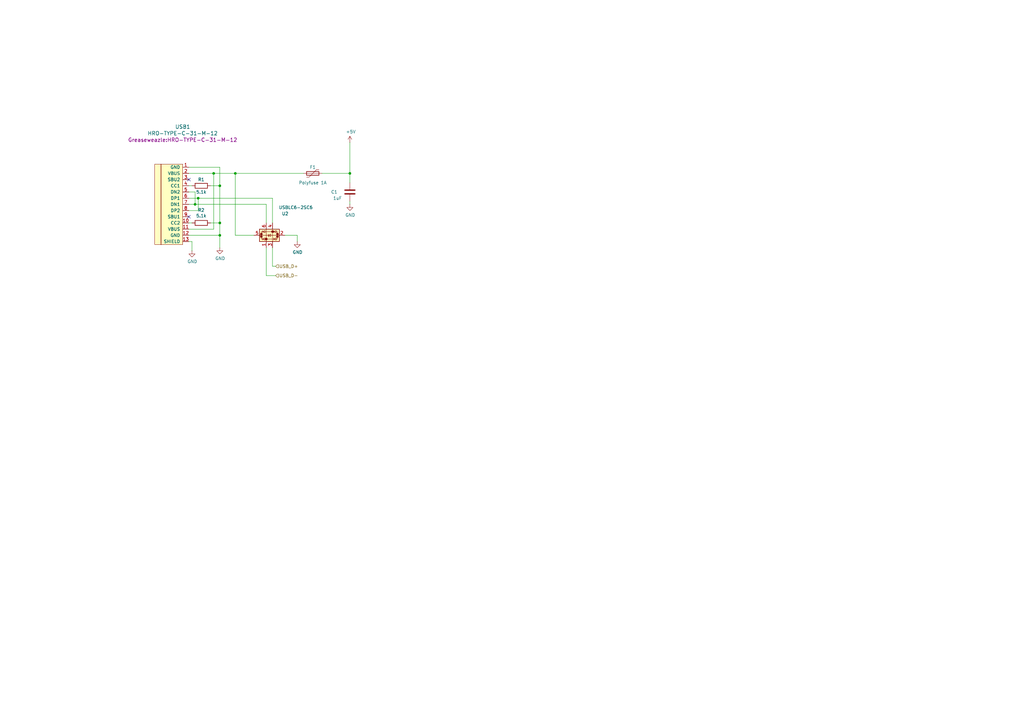
<source format=kicad_sch>
(kicad_sch (version 20250114) (generator "eeschema") (generator_version "9.0")
  (paper "A3")
  (title_block (title "Greaseweazle F7 Lighting, USB PD") (date "2023-08-27") (rev "2.08") (company "SweProj.com"))
  (lib_symbols
    (symbol "Device:C" (pin_numbers (hide yes)) (pin_names (offset 0.254))
      (property "Reference" "C" (at 0.635 2.54 0))
      (property "Value" "C" (at 0.635 -2.54 0))
      (symbol "C_0_1"
        (polyline (pts (xy -2.032 0.762) (xy 2.032 0.762)) (stroke (width 0.508)))
        (polyline (pts (xy -2.032 -0.762) (xy 2.032 -0.762)) (stroke (width 0.508)))
      )
      (symbol "C_1_1"
        (pin passive line (at 0 3.81 270) (length 2.794) (name "~") (number "1"))
        (pin passive line (at 0 -3.81 90) (length 2.794) (name "~") (number "2"))
      )
    )
    (symbol "Device:Polyfuse" (pin_numbers (hide yes)) (pin_names (offset 0))
      (property "Reference" "F" (at -2.54 0 90))
      (property "Value" "Polyfuse" (at 2.54 0 90))
      (symbol "Polyfuse_0_1"
        (polyline (pts (xy -1.524 2.54) (xy -1.524 1.524) (xy 1.524 -1.524) (xy 1.524 -2.54)))
        (rectangle (start -0.762 2.54) (end 0.762 -2.54) (stroke (width 0.254)))
        (polyline (pts (xy 0 2.54) (xy 0 -2.54)))
      )
      (symbol "Polyfuse_1_1"
        (pin passive line (at 0 3.81 270) (length 1.27) (name "~") (number "1"))
        (pin passive line (at 0 -3.81 90) (length 1.27) (name "~") (number "2"))
      )
    )
    (symbol "Device:R" (pin_numbers (hide yes)) (pin_names (offset 0))
      (property "Reference" "R" (at 2.032 0 90))
      (property "Value" "R" (at 0 0 90))
      (symbol "R_0_1"
        (rectangle (start -1.016 -2.54) (end 1.016 2.54) (stroke (width 0.254)))
      )
      (symbol "R_1_1"
        (pin passive line (at 0 3.81 270) (length 1.27) (name "~") (number "1"))
        (pin passive line (at 0 -3.81 90) (length 1.27) (name "~") (number "2"))
      )
    )
    (symbol "Greaseweazle:HRO-TYPE-C-31-M-12" (pin_names (offset 1.016))
      (property "Reference" "USB" (at -5.08 16.51 0))
      (property "Value" "HRO-TYPE-C-31-M-12" (at -10.16 -1.27 90))
      (symbol "HRO-TYPE-C-31-M-12_0_1"
        (rectangle (start -11.43 15.24) (end -8.89 -17.78) (fill (type background)))
        (rectangle (start 0 -17.78) (end -8.89 15.24) (fill (type background)))
      )
      (symbol "HRO-TYPE-C-31-M-12_1_1"
        (pin input line (at 2.54 13.97 180) (length 2.54) (name "GND") (number "1"))
        (pin input line (at 2.54 11.43 180) (length 2.54) (name "VBUS") (number "2"))
        (pin input line (at 2.54 8.89 180) (length 2.54) (name "SBU2") (number "3"))
        (pin input line (at 2.54 6.35 180) (length 2.54) (name "CC1") (number "4"))
        (pin input line (at 2.54 3.81 180) (length 2.54) (name "DN2") (number "5"))
        (pin input line (at 2.54 1.27 180) (length 2.54) (name "DP1") (number "6"))
        (pin input line (at 2.54 -1.27 180) (length 2.54) (name "DN1") (number "7"))
        (pin input line (at 2.54 -3.81 180) (length 2.54) (name "DP2") (number "8"))
        (pin input line (at 2.54 -6.35 180) (length 2.54) (name "SBU1") (number "9"))
        (pin input line (at 2.54 -8.89 180) (length 2.54) (name "CC2") (number "10"))
        (pin input line (at 2.54 -11.43 180) (length 2.54) (name "VBUS") (number "11"))
        (pin input line (at 2.54 -13.97 180) (length 2.54) (name "GND") (number "12"))
        (pin input line (at 2.54 -16.51 180) (length 2.54) (name "SHIELD") (number "13"))
      )
    )
    (symbol "Power_Protection:USBLC6-2SC6" (pin_names (hide yes))
      (property "Reference" "U" (at 0.635 5.715 0))
      (property "Value" "USBLC6-2SC6" (at 0.635 3.81 0))
      (symbol "USBLC6-2SC6_0_0"
        (circle (center -1.524 0) (radius 0.0001) (stroke (width 0.508)))
        (circle (center -0.508 2.032) (radius 0.0001) (stroke (width 0.508)))
        (circle (center -0.508 -4.572) (radius 0.0001) (stroke (width 0.508)))
        (circle (center 0.508 2.032) (radius 0.0001) (stroke (width 0.508)))
        (circle (center 0.508 -4.572) (radius 0.0001) (stroke (width 0.508)))
        (circle (center 1.524 -2.54) (radius 0.0001) (stroke (width 0.508)))
      )
      (symbol "USBLC6-2SC6_0_1"
        (polyline (pts (xy -2.54 0) (xy 2.54 0)))
        (polyline (pts (xy -2.54 -2.54) (xy 2.54 -2.54)))
        (polyline (pts (xy -2.032 0.508) (xy -1.016 0.508) (xy -1.524 1.524) (xy -2.032 0.508)))
        (polyline (pts (xy -2.032 -3.048) (xy -1.016 -3.048)))
        (polyline (pts (xy -1.016 1.524) (xy -2.032 1.524)))
        (polyline (pts (xy -1.016 -4.064) (xy -2.032 -4.064) (xy -1.524 -3.048) (xy -1.016 -4.064)))
        (polyline (pts (xy -0.508 -1.143) (xy -0.508 -0.762) (xy 0.508 -0.762)))
        (polyline (pts (xy 0 2.54) (xy -0.508 2.032) (xy 0.508 2.032) (xy 0 1.524) (xy 0 -4.064) (xy -0.508 -4.572) (xy 0.508 -4.572) (xy 0 -5.08)))
        (polyline (pts (xy 0.508 -1.778) (xy -0.508 -1.778) (xy 0 -0.762) (xy 0.508 -1.778)))
        (polyline (pts (xy 1.016 1.524) (xy 2.032 1.524)))
        (polyline (pts (xy 1.016 -3.048) (xy 2.032 -3.048)))
        (polyline (pts (xy 2.032 0.508) (xy 1.016 0.508) (xy 1.524 1.524) (xy 2.032 0.508)))
        (polyline (pts (xy 2.032 -4.064) (xy 1.016 -4.064) (xy 1.524 -3.048) (xy 2.032 -4.064)))
      )
      (symbol "USBLC6-2SC6_1_1"
        (rectangle (start -2.54 2.794) (end 2.54 -5.334) (stroke (width 0.254)) (fill (type background)))
        (polyline (pts (xy -0.508 2.032) (xy -1.524 2.032) (xy -1.524 -4.572) (xy -0.508 -4.572)))
        (polyline (pts (xy 0.508 -4.572) (xy 1.524 -4.572) (xy 1.524 2.032) (xy 0.508 2.032)))
        (pin passive line (at -5.08 0 0) (length 2.54) (name "I/O1") (number "1"))
        (pin passive line (at -5.08 -2.54 0) (length 2.54) (name "I/O2") (number "3"))
        (pin passive line (at 0 5.08 270) (length 2.54) (name "VBUS") (number "5"))
        (pin passive line (at 0 -7.62 90) (length 2.54) (name "GND") (number "2"))
        (pin passive line (at 5.08 0 180) (length 2.54) (name "I/O1") (number "6"))
        (pin passive line (at 5.08 -2.54 180) (length 2.54) (name "I/O2") (number "4"))
      )
    )
    (symbol "power:+5V" (power) (pin_numbers (hide yes)) (pin_names (offset 0) (hide yes))
      (property "Value" "+5V" (at 0 3.556 0))
      (symbol "+5V_0_1"
        (polyline (pts (xy -0.762 1.27) (xy 0 2.54)))
        (polyline (pts (xy 0 2.54) (xy 0.762 1.27)))
        (polyline (pts (xy 0 0) (xy 0 2.54)))
      )
      (symbol "+5V_1_1"
        (pin power_in line (at 0 0 90) (length 0) (name "~") (number "1"))
      )
    )
    (symbol "power:GND" (power) (pin_numbers (hide yes)) (pin_names (offset 0) (hide yes))
      (property "Value" "GND" (at 0 -3.81 0))
      (symbol "GND_0_1"
        (polyline (pts (xy 0 0) (xy 0 -1.27) (xy 1.27 -1.27) (xy 0 -2.54) (xy -1.27 -1.27) (xy 0 -1.27)))
      )
      (symbol "GND_1_1"
        (pin power_in line (at 0 0 270) (length 0) (name "~") (number "1"))
      )
    )
  )
  (junction (at 87.63 71.12))
  (junction (at 90.17 91.44))
  (junction (at 143.51 71.12))
  (junction (at 90.17 96.52))
  (junction (at 81.28 81.28))
  (junction (at 90.17 76.2))
  (junction (at 96.52 71.12))
  (junction (at 80.01 83.82))
  (no_connect (at 77.47 73.66))
  (no_connect (at 77.47 88.9))
  (wire (pts (xy 77.47 83.82) (xy 80.01 83.82)))
  (wire (pts (xy 143.51 58.42) (xy 143.51 71.12)))
  (wire (pts (xy 80.01 78.74) (xy 80.01 83.82)))
  (wire (pts (xy 77.47 86.36) (xy 81.28 86.36)))
  (wire (pts (xy 77.47 96.52) (xy 90.17 96.52)))
  (wire (pts (xy 81.28 81.28) (xy 81.28 86.36)))
  (wire (pts (xy 143.51 82.55) (xy 143.51 83.82)))
  (wire (pts (xy 96.52 96.52) (xy 104.14 96.52)))
  (wire (pts (xy 109.22 101.6) (xy 109.22 113.03)))
  (wire (pts (xy 132.08 71.12) (xy 143.51 71.12)))
  (wire (pts (xy 87.63 71.12) (xy 87.63 93.98)))
  (wire (pts (xy 109.22 83.82) (xy 109.22 91.44)))
  (wire (pts (xy 80.01 83.82) (xy 109.22 83.82)))
  (wire (pts (xy 86.36 76.2) (xy 90.17 76.2)))
  (wire (pts (xy 121.92 96.52) (xy 121.92 99.06)))
  (wire (pts (xy 90.17 91.44) (xy 90.17 96.52)))
  (wire (pts (xy 77.47 71.12) (xy 87.63 71.12)))
  (wire (pts (xy 77.47 99.06) (xy 78.74 99.06)))
  (wire (pts (xy 90.17 76.2) (xy 90.17 91.44)))
  (wire (pts (xy 77.47 81.28) (xy 81.28 81.28)))
  (wire (pts (xy 81.28 81.28) (xy 111.76 81.28)))
  (wire (pts (xy 111.76 109.22) (xy 113.03 109.22)))
  (wire (pts (xy 90.17 68.58) (xy 90.17 76.2)))
  (wire (pts (xy 77.47 76.2) (xy 78.74 76.2)))
  (wire (pts (xy 96.52 96.52) (xy 96.52 71.12)))
  (wire (pts (xy 90.17 96.52) (xy 90.17 101.6)))
  (wire (pts (xy 111.76 81.28) (xy 111.76 91.44)))
  (wire (pts (xy 77.47 78.74) (xy 80.01 78.74)))
  (wire (pts (xy 143.51 71.12) (xy 143.51 74.93)))
  (wire (pts (xy 87.63 71.12) (xy 96.52 71.12)))
  (wire (pts (xy 109.22 113.03) (xy 113.03 113.03)))
  (wire (pts (xy 96.52 71.12) (xy 124.46 71.12)))
  (wire (pts (xy 77.47 91.44) (xy 78.74 91.44)))
  (wire (pts (xy 77.47 68.58) (xy 90.17 68.58)))
  (wire (pts (xy 78.74 99.06) (xy 78.74 102.87)))
  (wire (pts (xy 77.47 93.98) (xy 87.63 93.98)))
  (wire (pts (xy 116.84 96.52) (xy 121.92 96.52)))
  (wire (pts (xy 111.76 101.6) (xy 111.76 109.22)))
  (wire (pts (xy 86.36 91.44) (xy 90.17 91.44)))
  (hierarchical_label "USB_D+" (shape input) (at 113.03 109.22 0))
  (hierarchical_label "USB_D-" (shape input) (at 113.03 113.03 0))
  (symbol (lib_id "Device:Polyfuse") (at 128.27 71.12 270) (unit 1)
    (property "Reference" "F1" (at 128.27 68.58 90))
    (property "Value" "Polyfuse 1A" (at 128.27 74.93 90))
    (property "Footprint" "Greaseweazle:Fuse_1206_3216Metric" (effects (hide yes)))
    (property "Description" "Resettable fuse, polymeric positive temperature coefficient" (effects (hide yes)))
    (property "LCSC" "C720075" (effects (hide yes)))
  )
  (symbol (lib_id "power:GND") (at 90.17 101.6 0) (unit 1)
    (property "Reference" "#PWR0104" (effects (hide yes)))
    (property "Value" "GND" (at 90.297 105.9942 0))
    (property "Description" "Power symbol creates a global label with name \"GND\" , ground" (effects (hide yes)))
  )
  (symbol (lib_id "power:GND") (at 143.51 83.82 0) (unit 1)
    (property "Reference" "#PWR0102" (effects (hide yes)))
    (property "Value" "GND" (at 143.637 88.2142 0))
    (property "Description" "Power symbol creates a global label with name \"GND\" , ground" (effects (hide yes)))
  )
  (symbol (lib_id "Greaseweazle:HRO-TYPE-C-31-M-12") (at 74.93 82.55 0) (unit 1)
    (property "Reference" "USB1" (at 74.93 51.9938 0) (effects (font (size 1.524 1.524))))
    (property "Value" "HRO-TYPE-C-31-M-12" (at 74.93 54.6862 0) (effects (font (size 1.524 1.524))))
    (property "Footprint" "Greaseweazle:HRO-TYPE-C-31-M-12" (at 74.93 57.3786 0) (effects (font (size 1.524 1.524))))
    (property "Datasheet" "https://datasheet.lcsc.com/szlcsc/1811131825_Korean-Hroparts-Elec-TYPE-C-31-M-12_C165948.pdf" (effects (hide yes)))
    (property "LCSC" "C165948" (effects (hide yes)))
  )
  (symbol (lib_id "Device:R") (at 82.55 76.2 270) (unit 1)
    (property "Reference" "R1" (at 82.55 73.66 90))
    (property "Value" "5.1k" (at 82.55 78.74 90))
    (property "Footprint" "Resistor_SMD:R_0402_1005Metric" (effects (hide yes)))
    (property "Description" "Resistor" (effects (hide yes)))
    (property "LCSC" "C25905" (effects (hide yes)))
  )
  (symbol (lib_id "Device:R") (at 82.55 91.44 270) (unit 1)
    (property "Reference" "R2" (at 82.55 86.1822 90))
    (property "Value" "5.1k" (at 82.55 88.4936 90))
    (property "Footprint" "Resistor_SMD:R_0402_1005Metric" (effects (hide yes)))
    (property "Description" "Resistor" (effects (hide yes)))
    (property "LCSC" "C25905" (effects (hide yes)))
  )
  (symbol (lib_id "Device:C") (at 143.51 78.74 0) (mirror x) (unit 1)
    (property "Reference" "C1" (at 137.1092 78.74 0))
    (property "Value" "1uF" (at 138.43 81.28 0))
    (property "Footprint" "Capacitor_SMD:C_0603_1608Metric" (effects (hide yes)))
    (property "Description" "Unpolarized capacitor" (effects (hide yes)))
    (property "LCSC" "C15849" (effects (hide yes)))
  )
  (symbol (lib_id "Power_Protection:USBLC6-2SC6") (at 109.22 96.52 90) (unit 1)
    (property "Reference" "U2" (at 115.57 87.63 90) (effects (justify right)))
    (property "Value" "USBLC6-2SC6" (at 114.3 85.09 90) (effects (justify right)))
    (property "Footprint" "Package_TO_SOT_SMD:SOT-23-6" (effects (hide yes)))
    (property "Datasheet" "https://www.st.com/resource/en/datasheet/usblc6-2.pdf" (effects (hide yes)))
    (property "Description" "Very low capacitance ESD protection diode, 2 data-line, SOT-23-6" (effects (hide yes)))
    (property "LCSC" "C7519" (effects (hide yes)))
  )
  (symbol (lib_id "power:GND") (at 121.92 99.06 0) (unit 1)
    (property "Reference" "#PWR0105" (effects (hide yes)))
    (property "Value" "GND" (at 122.047 103.4542 0))
    (property "Description" "Power symbol creates a global label with name \"GND\" , ground" (effects (hide yes)))
  )
  (symbol (lib_id "power:+5V") (at 143.51 58.42 0) (unit 1)
    (property "Reference" "#PWR0106" (effects (hide yes)))
    (property "Value" "+5V" (at 143.891 54.0258 0))
    (property "Description" "Power symbol creates a global label with name \"+5V\"" (effects (hide yes)))
  )
  (symbol (lib_id "power:GND") (at 78.74 102.87 0) (unit 1)
    (property "Reference" "#PWR021" (effects (hide yes)))
    (property "Value" "GND" (at 78.867 107.2642 0))
    (property "Description" "Power symbol creates a global label with name \"GND\" , ground" (effects (hide yes)))
  )
)
</source>
